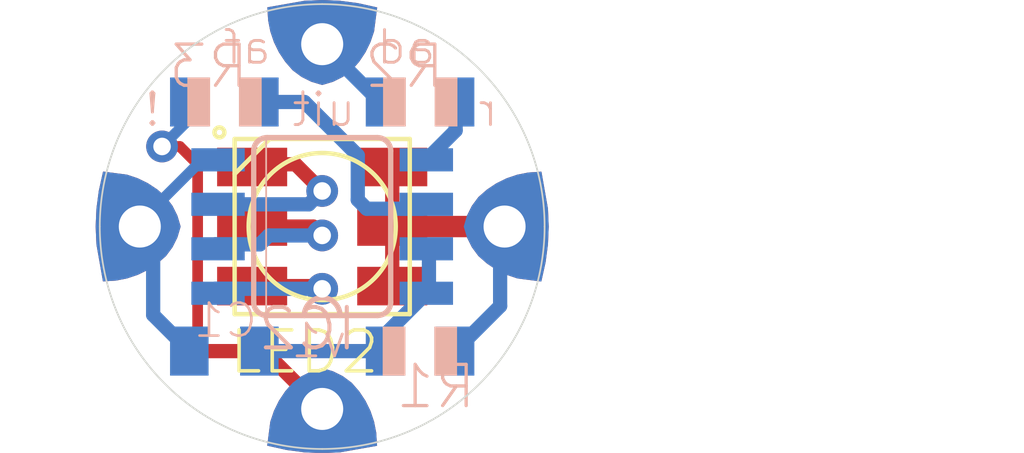
<source format=kicad_pcb>
(kicad_pcb (version 20211014) (generator pcbnew)
  (layers (0 "F.Cu" signal) (1 "In1.Cu" signal) (2 "In2.Cu" signal) (3 "In3.Cu" signal) (4 "In4.Cu" signal) (5 "In5.Cu" signal) (6 "In6.Cu" signal) (7 "In7.Cu" signal) (8 "In8.Cu" signal) (9 "In9.Cu" signal) (10 "In10.Cu" signal) (11 "In11.Cu" signal) (12 "In12.Cu" signal) (13 "In13.Cu" signal) (14 "In14.Cu" signal) (31 "B.Cu" signal) (34 "B.Paste" user) (35 "F.Paste" user) (36 "B.SilkS" user "B.Silkscreen") (37 "F.SilkS" user "F.Silkscreen") (38 "B.Mask" user) (39 "F.Mask" user) (44 "Edge.Cuts" user))
  (net 0 "")
  (net 1 "GND")
  (net 2 "VDD")
  (net 3 "N$1")
  (net 4 "N$3")
  (net 5 "N$4")
  (net 6 "N$5")
  (net 7 "N$6")
  (net 8 "N$7")
  (net 9 "N$8")
  (net 10 "N$2")
  (footprint "boardEagle:RGBLED5050" (layer "F.Cu") (at 148.5011 105.0036 180)
    (fp_text reference "LED2" (at -1.7 -2.9 180) (layer "F.SilkS") (effects (font (size 1.1684 1.1684) (thickness 0.1016)) (justify right top)))
    (fp_text value "RGBLED5050")
    (fp_line (start -2.5 2.5) (end -2.5 -2.5) (layer "F.SilkS") (width 0.127))
    (fp_line (start 1.5 2.5) (end -2.5 2.5) (layer "F.SilkS") (width 0.127))
    (fp_line (start 2.5 2.5) (end 1.5 2.5) (layer "F.SilkS") (width 0.127))
    (fp_line (start 1.5 2.5) (end 2.5 1.5) (layer "F.SilkS") (width 0.127))
    (fp_line (start 2.5 -2.5) (end 2.5 1.5) (layer "F.SilkS") (width 0.127))
    (fp_line (start -2.5 -2.5) (end 2.5 -2.5) (layer "F.SilkS") (width 0.127))
    (fp_line (start 2.5 1.5) (end 2.5 2.5) (layer "F.SilkS") (width 0.127))
    (fp_circle (center 2.934 2.688) (end 3.0754 2.688) (layer "F.SilkS") (width 0.127) (fill none))
    (fp_circle (center 0 0) (end 2.1 0) (layer "F.SilkS") (width 0.127) (fill none))
    (pad "1" smd rect (at -2 -1.7 180) (size 2 1.1) (layers "F.Cu" "F.Paste" "F.Mask") (net 2 "VDD"))
    (pad "2" smd rect (at -2 0 180) (size 2 1.1) (layers "F.Cu" "F.Paste" "F.Mask") (net 2 "VDD"))
    (pad "3" smd rect (at -2 1.7 180) (size 2 1.1) (layers "F.Cu" "F.Paste" "F.Mask") (net 2 "VDD"))
    (pad "4" smd rect (at 2 1.7 180) (size 2 1.1) (layers "F.Cu" "F.Paste" "F.Mask") (net 3 "N$1"))
    (pad "5" smd rect (at 2 0 180) (size 2 1.1) (layers "F.Cu" "F.Paste" "F.Mask") (net 10 "N$2"))
    (pad "6" smd rect (at 2 -1.7 180) (size 2 1.1) (layers "F.Cu" "F.Paste" "F.Mask") (net 4 "N$3"))
  )
  (footprint "boardEagle:SEWINGTAP_0.5" (layer "F.Cu") (at 148.5011 110.2106 180)
    (fp_text reference "DATA_INPUT0" hide)
    (fp_text value "SEWTAP0.5IN" hide)
    (fp_poly (pts (xy 0.510656 -1.238743) (xy 1.017424 -1.172026) (xy 1.570433 -1.049427) (xy 1.481621 -0.363766) (xy 1.377917 -0.056151) (xy 1.23587 0.233416) (xy 1.057243 0.501965) (xy 0.843327 0.746924) (xy 0.591455 0.933744) (xy 0.312122 1.07341) (xy 0 1.16625) (xy -0.312122 1.07341) (xy -0.591455 0.933744) (xy -0.843327 0.746924) (xy -1.057243 0.501967) (xy -1.235871 0.233417) (xy -1.377917 -0.056152) (xy -1.480952 -0.361783) (xy -1.543214 -0.678249) (xy -1.566969 -1.052671) (xy -0.512044 -1.238682) (xy 0 -1.261038)) (layer "F.Cu") (width 0) (fill solid))
    (fp_poly (pts (xy 0.510656 -1.238743) (xy 1.017424 -1.172026) (xy 1.570433 -1.049427) (xy 1.481621 -0.363766) (xy 1.377917 -0.056151) (xy 1.23587 0.233416) (xy 1.057243 0.501965) (xy 0.843327 0.746924) (xy 0.591455 0.933744) (xy 0.312122 1.07341) (xy 0 1.16625) (xy -0.312122 1.07341) (xy -0.591455 0.933744) (xy -0.843327 0.746924) (xy -1.057243 0.501967) (xy -1.235871 0.233417) (xy -1.377917 -0.056152) (xy -1.480952 -0.361783) (xy -1.543214 -0.678249) (xy -1.566969 -1.052671) (xy -0.512044 -1.238682) (xy 0 -1.261038)) (layer "B.Cu") (width 0) (fill solid))
    (pad "TAP" thru_hole circle (at 0 0 180) (size 2.1844 2.1844) (drill 1.2) (layers *.Cu *.Mask) (net 7 "N$6"))
  )
  (footprint "boardEagle:SEWINGTAP_0.5" (layer "F.Cu") (at 153.7081 105.0036 -90)
    (fp_text reference "VDD0" hide)
    (fp_text value "SEWTAP0.5IN" hide)
    (fp_poly (pts (xy 0.510656 -1.238743) (xy 1.017424 -1.172026) (xy 1.570433 -1.049427) (xy 1.481621 -0.363766) (xy 1.377917 -0.056151) (xy 1.23587 0.233416) (xy 1.057243 0.501965) (xy 0.843327 0.746924) (xy 0.591455 0.933744) (xy 0.312122 1.07341) (xy 0 1.16625) (xy -0.312122 1.07341) (xy -0.591455 0.933744) (xy -0.843327 0.746924) (xy -1.057243 0.501967) (xy -1.235871 0.233417) (xy -1.377917 -0.056152) (xy -1.480952 -0.361783) (xy -1.543214 -0.678249) (xy -1.566969 -1.052671) (xy -0.512044 -1.238682) (xy 0 -1.261038)) (layer "F.Cu") (width 0) (fill solid))
    (fp_poly (pts (xy 0.510656 -1.238743) (xy 1.017424 -1.172026) (xy 1.570433 -1.049427) (xy 1.481621 -0.363766) (xy 1.377917 -0.056151) (xy 1.23587 0.233416) (xy 1.057243 0.501965) (xy 0.843327 0.746924) (xy 0.591455 0.933744) (xy 0.312122 1.07341) (xy 0 1.16625) (xy -0.312122 1.07341) (xy -0.591455 0.933744) (xy -0.843327 0.746924) (xy -1.057243 0.501967) (xy -1.235871 0.233417) (xy -1.377917 -0.056152) (xy -1.480952 -0.361783) (xy -1.543214 -0.678249) (xy -1.566969 -1.052671) (xy -0.512044 -1.238682) (xy 0 -1.261038)) (layer "B.Cu") (width 0) (fill solid))
    (pad "TAP" thru_hole circle (at 0 0 270) (size 2.1844 2.1844) (drill 1.2) (layers *.Cu *.Mask) (net 2 "VDD"))
  )
  (footprint "boardEagle:SEWINGTAP_0.5" (layer "F.Cu") (at 143.2941 105.0036 90)
    (fp_text reference "GND0" hide)
    (fp_text value "SEWTAP0.5IN" hide)
    (fp_poly (pts (xy 0.510656 -1.238743) (xy 1.017424 -1.172026) (xy 1.570433 -1.049427) (xy 1.481621 -0.363766) (xy 1.377917 -0.056151) (xy 1.23587 0.233416) (xy 1.057243 0.501965) (xy 0.843327 0.746924) (xy 0.591455 0.933744) (xy 0.312122 1.07341) (xy 0 1.16625) (xy -0.312122 1.07341) (xy -0.591455 0.933744) (xy -0.843327 0.746924) (xy -1.057243 0.501967) (xy -1.235871 0.233417) (xy -1.377917 -0.056152) (xy -1.480952 -0.361783) (xy -1.543214 -0.678249) (xy -1.566969 -1.052671) (xy -0.512044 -1.238682) (xy 0 -1.261038)) (layer "F.Cu") (width 0) (fill solid))
    (fp_poly (pts (xy 0.510656 -1.238743) (xy 1.017424 -1.172026) (xy 1.570433 -1.049427) (xy 1.481621 -0.363766) (xy 1.377917 -0.056151) (xy 1.23587 0.233416) (xy 1.057243 0.501965) (xy 0.843327 0.746924) (xy 0.591455 0.933744) (xy 0.312122 1.07341) (xy 0 1.16625) (xy -0.312122 1.07341) (xy -0.591455 0.933744) (xy -0.843327 0.746924) (xy -1.057243 0.501967) (xy -1.235871 0.233417) (xy -1.377917 -0.056152) (xy -1.480952 -0.361783) (xy -1.543214 -0.678249) (xy -1.566969 -1.052671) (xy -0.512044 -1.238682) (xy 0 -1.261038)) (layer "B.Cu") (width 0) (fill solid))
    (pad "TAP" thru_hole circle (at 0 0 90) (size 2.1844 2.1844) (drill 1.2) (layers *.Cu *.Mask) (net 1 "GND"))
  )
  (footprint "boardEagle:SEWINGTAP_0.5" (layer "F.Cu") (at 148.5011 99.7966)
    (fp_text reference "DATA_OUTPUT0" hide)
    (fp_text value "SEWTAP0.5IN" hide)
    (fp_poly (pts (xy 0.510656 -1.238743) (xy 1.017424 -1.172026) (xy 1.570433 -1.049427) (xy 1.481621 -0.363766) (xy 1.377917 -0.056151) (xy 1.23587 0.233416) (xy 1.057243 0.501965) (xy 0.843327 0.746924) (xy 0.591455 0.933744) (xy 0.312122 1.07341) (xy 0 1.16625) (xy -0.312122 1.07341) (xy -0.591455 0.933744) (xy -0.843327 0.746924) (xy -1.057243 0.501967) (xy -1.235871 0.233417) (xy -1.377917 -0.056152) (xy -1.480952 -0.361783) (xy -1.543214 -0.678249) (xy -1.566969 -1.052671) (xy -0.512044 -1.238682) (xy 0 -1.261038)) (layer "F.Cu") (width 0) (fill solid))
    (fp_poly (pts (xy 0.510656 -1.238743) (xy 1.017424 -1.172026) (xy 1.570433 -1.049427) (xy 1.481621 -0.363766) (xy 1.377917 -0.056151) (xy 1.23587 0.233416) (xy 1.057243 0.501965) (xy 0.843327 0.746924) (xy 0.591455 0.933744) (xy 0.312122 1.07341) (xy 0 1.16625) (xy -0.312122 1.07341) (xy -0.591455 0.933744) (xy -0.843327 0.746924) (xy -1.057243 0.501967) (xy -1.235871 0.233417) (xy -1.377917 -0.056152) (xy -1.480952 -0.361783) (xy -1.543214 -0.678249) (xy -1.566969 -1.052671) (xy -0.512044 -1.238682) (xy 0 -1.261038)) (layer "B.Cu") (width 0) (fill solid))
    (pad "TAP" thru_hole circle (at 0 0) (size 2.1844 2.1844) (drill 1.2) (layers *.Cu *.Mask) (net 8 "N$7"))
  )
  (footprint "boardEagle:R0805" (layer "B.Cu") (at 151.2951 101.4476 180)
    (fp_text reference "R2" (at -0.762 1.016) (layer "B.SilkS") (effects (font (size 1.176528 1.176528) (thickness 0.093472)) (justify left mirror)))
    (fp_text value "22")
    (fp_poly (pts (xy 0.4064 -0.6985) (xy 1.0564 -0.6985) (xy 1.0564 0.7015) (xy 0.4064 0.7015)) (layer "B.SilkS") (width 0) (fill solid))
    (fp_poly (pts (xy -1.0668 -0.6985) (xy -0.4168 -0.6985) (xy -0.4168 0.7015) (xy -1.0668 0.7015)) (layer "B.SilkS") (width 0) (fill solid))
    (pad "1" smd rect (at -1 0 180) (size 1.1 1.4) (layers "B.Cu" "B.Paste" "B.Mask") (net 6 "N$5"))
    (pad "2" smd rect (at 1 0 180) (size 1.1 1.4) (layers "B.Cu" "B.Paste" "B.Mask") (net 8 "N$7"))
  )
  (footprint "boardEagle:SO08-SKINNYPADS" (layer "B.Cu") (at 148.5011 105.0036 90)
    (fp_text reference "IC2" (at -2.921 -1.905 180) (layer "B.SilkS") (effects (font (size 1.1557 1.1557) (thickness 0.1143)) (justify right mirror)))
    (fp_text value "WS2811-SOP8")
    (fp_line (start -2.54 -1.6002) (end 2.54 -1.6002) (layer "B.SilkS") (width 0.0508))
    (fp_line (start 2.54 -1.5748) (end 2.54 1.5748) (layer "B.SilkS") (width 0.1524))
    (fp_line (start -2.159 -1.9558) (end 2.159 -1.9558) (layer "B.SilkS") (width 0.1524))
    (fp_line (start 2.159 1.9558) (end -2.159 1.9558) (layer "B.SilkS") (width 0.1524))
    (fp_line (start -2.54 1.5748) (end -2.54 -1.5748) (layer "B.SilkS") (width 0.1524))
    (fp_arc (start 2.159 -1.9558) (mid 2.428408 -1.844208) (end 2.54 -1.5748) (layer "B.SilkS") (width 0.1524))
    (fp_arc (start -2.54 -1.5748) (mid -2.428408 -1.844208) (end -2.159 -1.9558) (layer "B.SilkS") (width 0.1524))
    (fp_arc (start -2.54 -0.508) (mid -2.032 0) (end -2.54 0.508) (layer "B.SilkS") (width 0.1524))
    (fp_arc (start 2.54 1.5748) (mid 2.428408 1.844208) (end 2.159 1.9558) (layer "B.SilkS") (width 0.1524))
    (fp_arc (start -2.159 1.9558) (mid -2.428408 1.844208) (end -2.54 1.5748) (layer "B.SilkS") (width 0.1524))
    (pad "1" smd rect (at -1.905 -2.9734 90) (size 0.6604 1.524) (layers "B.Cu" "B.Paste" "B.Mask") (net 4 "N$3"))
    (pad "2" smd rect (at -0.635 -2.9734 90) (size 0.6604 1.524) (layers "B.Cu" "B.Paste" "B.Mask") (net 10 "N$2"))
    (pad "3" smd rect (at 0.635 -2.9734 90) (size 0.6604 1.524) (layers "B.Cu" "B.Paste" "B.Mask") (net 3 "N$1"))
    (pad "4" smd rect (at 1.905 -2.9734 90) (size 0.6604 1.524) (layers "B.Cu" "B.Paste" "B.Mask") (net 1 "GND"))
    (pad "5" smd rect (at 1.905 2.9734 90) (size 0.6604 1.524) (layers "B.Cu" "B.Paste" "B.Mask") (net 6 "N$5"))
    (pad "6" smd rect (at 0.635 2.9734 90) (size 0.6604 1.524) (layers "B.Cu" "B.Paste" "B.Mask") (net 5 "N$4"))
    (pad "7" smd rect (at -0.635 2.9734 90) (size 0.6604 1.524) (layers "B.Cu" "B.Paste" "B.Mask") (net 9 "N$8"))
    (pad "8" smd rect (at -1.905 2.9734 90) (size 0.6604 1.524) (layers "B.Cu" "B.Paste" "B.Mask") (net 9 "N$8"))
  )
  (footprint "boardEagle:R0805" (layer "B.Cu") (at 151.2951 108.5596)
    (fp_text reference "R1" (at -0.762 1.016) (layer "B.SilkS") (effects (font (size 1.176528 1.176528) (thickness 0.093472)) (justify right mirror)))
    (fp_text value "1.0K")
    (fp_poly (pts (xy -1.0668 -0.6985) (xy -0.4168 -0.6985) (xy -0.4168 0.7015) (xy -1.0668 0.7015)) (layer "B.SilkS") (width 0) (fill solid))
    (fp_poly (pts (xy 0.4064 -0.6985) (xy 1.0564 -0.6985) (xy 1.0564 0.7015) (xy 0.4064 0.7015)) (layer "B.SilkS") (width 0) (fill solid))
    (pad "1" smd rect (at -1 0) (size 1.1 1.4) (layers "B.Cu" "B.Paste" "B.Mask") (net 9 "N$8"))
    (pad "2" smd rect (at 1 0) (size 1.1 1.4) (layers "B.Cu" "B.Paste" "B.Mask") (net 2 "VDD"))
  )
  (footprint "boardEagle:C0805K" (layer "B.Cu") (at 145.7071 108.5596 180)
    (fp_text reference "C1" (at -1 0.875) (layer "B.SilkS") (effects (font (size 0.941222 0.941222) (thickness 0.074778)) (justify left mirror)))
    (fp_text value "1uF")
    (pad "1" smd rect (at -1 0 180) (size 1.1 1.4) (layers "B.Cu" "B.Paste" "B.Mask") (net 9 "N$8"))
    (pad "2" smd rect (at 1 0 180) (size 1.1 1.4) (layers "B.Cu" "B.Paste" "B.Mask") (net 1 "GND"))
  )
  (footprint "boardEagle:R0805" (layer "B.Cu") (at 145.7071 101.4476 180)
    (fp_text reference "R3" (at -0.762 1.016) (layer "B.SilkS") (effects (font (size 1.176528 1.176528) (thickness 0.093472)) (justify left mirror)))
    (fp_text value "22")
    (fp_poly (pts (xy 0.4064 -0.6985) (xy 1.0564 -0.6985) (xy 1.0564 0.7015) (xy 0.4064 0.7015)) (layer "B.SilkS") (width 0) (fill solid))
    (fp_poly (pts (xy -1.0668 -0.6985) (xy -0.4168 -0.6985) (xy -0.4168 0.7015) (xy -1.0668 0.7015)) (layer "B.SilkS") (width 0) (fill solid))
    (pad "1" smd rect (at -1 0 180) (size 1.1 1.4) (layers "B.Cu" "B.Paste" "B.Mask") (net 5 "N$4"))
    (pad "2" smd rect (at 1 0 180) (size 1.1 1.4) (layers "B.Cu" "B.Paste" "B.Mask") (net 7 "N$6"))
  )
  (gr_arc (start 148.5011 98.6536) (mid 152.991199 100.513501) (end 154.8511 105.0036) (layer "Edge.Cuts") (width 0.05))
  (gr_arc (start 142.1511 105.0036) (mid 144.011001 100.513501) (end 148.5011 98.6536) (layer "Edge.Cuts") (width 0.05))
  (gr_arc (start 154.8511 105.0036) (mid 152.991199 109.493699) (end 148.5011 111.3536) (layer "Edge.Cuts") (width 0.05))
  (gr_arc (start 148.5011 111.3536) (mid 144.011001 109.493699) (end 142.1511 105.0036) (layer "Edge.Cuts") (width 0.05))
  (gr_text "v1" (at 149.2631 108.8136) (layer "B.SilkS") (effects (font (size 0.93472 0.93472) (thickness 0.08128)) (justify left bottom mirror)))
  (gr_text "af" (at 147.1041 100.4316) (layer "B.SilkS") (effects (font (size 0.93472 0.93472) (thickness 0.08128)) (justify left bottom mirror)))
  (gr_text "r" (at 153.5811 102.2096) (layer "B.SilkS") (effects (font (size 0.93472 0.93472) (thickness 0.08128)) (justify left bottom mirror)))
  (gr_text "!" (at 143.9291 102.2096) (layer "B.SilkS") (effects (font (size 0.93472 0.93472) (thickness 0.08128)) (justify left bottom mirror)))
  (gr_text "uit" (at 149.5171 102.2096) (layer "B.SilkS") (effects (font (size 0.93472 0.93472) (thickness 0.08128)) (justify left bottom mirror)))
  (gr_text "ad" (at 151.8031 100.4316) (layer "B.SilkS") (effects (font (size 0.93472 0.93472) (thickness 0.08128)) (justify left bottom mirror)))
  (segment (start 143.2941 104.8766) (end 143.1671 104.7496) (width 0.4064) (layer "B.Cu") (net 1))
  (segment (start 143.2941 104.8766) (end 143.2941 105.0036) (width 0.4064) (layer "B.Cu") (net 1))
  (segment (start 143.6751 105.2576) (end 143.6751 107.5276) (width 0.4064) (layer "B.Cu") (net 1))
  (segment (start 145.0721 103.0986) (end 143.2941 104.8766) (width 0.3048) (layer "B.Cu") (net 1))
  (segment (start 143.5481 105.2576) (end 143.6751 105.2576) (width 0.4064) (layer "B.Cu") (net 1))
  (segment (start 143.2941 105.0036) (end 143.5481 105.2576) (width 0.4064) (layer "B.Cu") (net 1))
  (segment (start 145.5277 103.0986) (end 145.0721 103.0986) (width 0.3048) (layer "B.Cu") (net 1))
  (segment (start 143.6751 107.5276) (end 144.7071 108.5596) (width 0.4064) (layer "B.Cu") (net 1))
  (segment (start 150.5011 105.0036) (end 150.5011 103.5116) (width 0.4064) (layer "F.Cu") (net 2))
  (segment (start 150.5011 103.4476) (end 150.5011 103.3036) (width 0.4064) (layer "F.Cu") (net 2))
  (segment (start 153.7081 105.0036) (end 153.4541 105.0036) (width 0.4064) (layer "F.Cu") (net 2))
  (segment (start 150.5011 103.5116) (end 150.5331 103.4796) (width 0.4064) (layer "F.Cu") (net 2))
  (segment (start 150.5011 104.9086) (end 150.5331 104.8766) (width 0.4064) (layer "F.Cu") (net 2))
  (segment (start 150.5331 103.4796) (end 150.5011 103.4476) (width 0.4064) (layer "F.Cu") (net 2))
  (segment (start 153.4541 105.0036) (end 150.5011 105.0036) (width 0.6096) (layer "F.Cu") (net 2))
  (segment (start 150.5011 105.0036) (end 150.5011 106.7036) (width 0.4064) (layer "F.Cu") (net 2))
  (segment (start 150.5011 105.0036) (end 150.5011 104.9086) (width 0.4064) (layer "F.Cu") (net 2))
  (segment (start 152.2951 108.5596) (end 153.5811 107.2736) (width 0.4064) (layer "B.Cu") (net 2))
  (segment (start 153.5811 107.2736) (end 153.5811 105.0036) (width 0.4064) (layer "B.Cu") (net 2))
  (segment (start 153.5811 105.0036) (end 153.7081 105.0036) (width 0.4064) (layer "B.Cu") (net 2))
  (segment (start 146.5011 103.3036) (end 146.4691 103.2716) (width 0.4064) (layer "F.Cu") (net 3))
  (segment (start 146.4691 103.2256) (end 147.7391 103.2256) (width 0.4064) (layer "F.Cu") (net 3))
  (segment (start 147.7391 103.2256) (end 148.5011 103.9876) (width 0.4064) (layer "F.Cu") (net 3))
  (segment (start 146.4691 103.2716) (end 146.4691 103.2256) (width 0.4064) (layer "F.Cu") (net 3))
  (via (at 148.5011 103.9876) (size 0.9064) (drill 0.5) (layers "F.Cu" "B.Cu") (net 3))
  (segment (start 148.5011 103.9876) (end 148.1201 104.3686) (width 0.4064) (layer "B.Cu") (net 3))
  (segment (start 148.1201 104.3686) (end 145.5277 104.3686) (width 0.4064) (layer "B.Cu") (net 3))
  (segment (start 148.4231 106.7036) (end 148.5011 106.7816) (width 0.4064) (layer "F.Cu") (net 4))
  (segment (start 146.5011 106.7036) (end 148.4231 106.7036) (width 0.4064) (layer "F.Cu") (net 4))
  (via (at 148.5011 106.7816) (size 0.9064) (drill 0.5) (layers "F.Cu" "B.Cu") (net 4))
  (segment (start 145.5277 106.8562) (end 145.5277 106.9086) (width 0.4064) (layer "B.Cu") (net 4))
  (segment (start 145.4531 106.7816) (end 145.5277 106.8562) (width 0.4064) (layer "B.Cu") (net 4))
  (segment (start 148.5011 106.7816) (end 145.4531 106.7816) (width 0.4064) (layer "B.Cu") (net 4))
  (segment (start 149.5171 102.9716) (end 147.9931 101.4476) (width 0.4064) (layer "B.Cu") (net 5))
  (segment (start 149.5171 104.2416) (end 149.5171 102.9716) (width 0.4064) (layer "B.Cu") (net 5))
  (segment (start 147.9931 101.4476) (end 146.7071 101.4476) (width 0.4064) (layer "B.Cu") (net 5))
  (segment (start 149.7711 104.4956) (end 149.5171 104.2416) (width 0.4064) (layer "B.Cu") (net 5))
  (segment (start 151.3475 104.4956) (end 151.4745 104.3686) (width 0.4064) (layer "B.Cu") (net 5))
  (segment (start 149.7711 104.4956) (end 151.3475 104.4956) (width 0.4064) (layer "B.Cu") (net 5))
  (segment (start 152.3111 101.4476) (end 152.2951 101.4476) (width 0.4064) (layer "B.Cu") (net 6))
  (segment (start 152.3111 102.262) (end 152.3111 101.4476) (width 0.4064) (layer "B.Cu") (net 6))
  (segment (start 151.4745 103.0986) (end 152.3111 102.262) (width 0.4064) (layer "B.Cu") (net 6))
  (segment (start 143.9291 102.7176) (end 144.4371 102.7176) (width 0.3048) (layer "F.Cu") (net 7))
  (segment (start 145.1991 108.5596) (end 146.8501 108.5596) (width 0.4064) (layer "F.Cu") (net 7))
  (segment (start 146.8501 108.5596) (end 148.5011 110.2106) (width 0.4064) (layer "F.Cu") (net 7))
  (segment (start 144.9451 108.3056) (end 145.1991 108.5596) (width 0.3048) (layer "F.Cu") (net 7))
  (segment (start 144.9451 103.2256) (end 144.9451 108.3056) (width 0.3048) (layer "F.Cu") (net 7))
  (segment (start 144.4371 102.7176) (end 144.9451 103.2256) (width 0.3048) (layer "F.Cu") (net 7))
  (via (at 143.9291 102.7176) (size 0.9064) (drill 0.5) (layers "F.Cu" "B.Cu") (net 7))
  (segment (start 144.6911 101.4476) (end 144.6911 101.9556) (width 0.3048) (layer "B.Cu") (net 7))
  (segment (start 144.6911 101.9556) (end 143.9291 102.7176) (width 0.3048) (layer "B.Cu") (net 7))
  (segment (start 144.7071 101.4476) (end 144.6911 101.4476) (width 0.3048) (layer "B.Cu") (net 7))
  (segment (start 150.1521 101.4476) (end 148.5011 99.7966) (width 0.4064) (layer "B.Cu") (net 8))
  (segment (start 150.2951 101.4476) (end 150.1521 101.4476) (width 0.4064) (layer "B.Cu") (net 8))
  (segment (start 150.2791 108.104) (end 151.4745 106.9086) (width 0.4064) (layer "B.Cu") (net 9))
  (segment (start 150.2951 108.5596) (end 150.2791 108.5436) (width 0.4064) (layer "B.Cu") (net 9))
  (segment (start 151.5491 106.9086) (end 151.5491 105.6386) (width 0.4064) (layer "B.Cu") (net 9))
  (segment (start 146.7071 108.5596) (end 150.2951 108.5596) (width 0.4064) (layer "B.Cu") (net 9))
  (segment (start 150.2791 108.5436) (end 150.2791 108.104) (width 0.4064) (layer "B.Cu") (net 9))
  (segment (start 151.5491 105.6386) (end 151.4745 105.6386) (width 0.4064) (layer "B.Cu") (net 9))
  (segment (start 151.4745 106.9086) (end 151.5491 106.9086) (width 0.4064) (layer "B.Cu") (net 9))
  (segment (start 148.2471 105.0036) (end 148.5011 105.2576) (width 0.4064) (layer "F.Cu") (net 10))
  (segment (start 146.5011 105.0036) (end 148.2471 105.0036) (width 0.4064) (layer "F.Cu") (net 10))
  (via (at 148.5011 105.2576) (size 0.9064) (drill 0.5) (layers "F.Cu" "B.Cu") (net 10))
  (segment (start 146.7231 105.5116) (end 145.4531 105.5116) (width 0.4064) (layer "B.Cu") (net 10))
  (segment (start 145.5277 105.5862) (end 145.5277 105.6386) (width 0.4064) (layer "B.Cu") (net 10))
  (segment (start 146.9771 105.2576) (end 146.7231 105.5116) (width 0.4064) (layer "B.Cu") (net 10))
  (segment (start 148.5011 105.2576) (end 146.9771 105.2576) (width 0.4064) (layer "B.Cu") (net 10))
  (segment (start 145.4531 105.5116) (end 145.5277 105.5862) (width 0.4064) (layer "B.Cu") (net 10))
)
</source>
